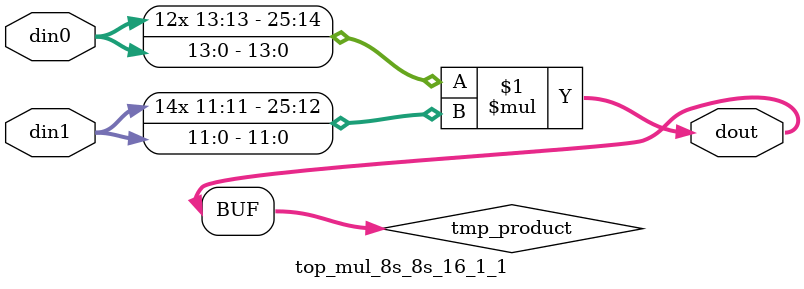
<source format=v>

`timescale 1 ns / 1 ps

  module top_mul_8s_8s_16_1_1(din0, din1, dout);
parameter ID = 1;
parameter NUM_STAGE = 0;
parameter din0_WIDTH = 14;
parameter din1_WIDTH = 12;
parameter dout_WIDTH = 26;

input [din0_WIDTH - 1 : 0] din0; 
input [din1_WIDTH - 1 : 0] din1; 
output [dout_WIDTH - 1 : 0] dout;

wire signed [dout_WIDTH - 1 : 0] tmp_product;













assign tmp_product = $signed(din0) * $signed(din1);








assign dout = tmp_product;







endmodule

</source>
